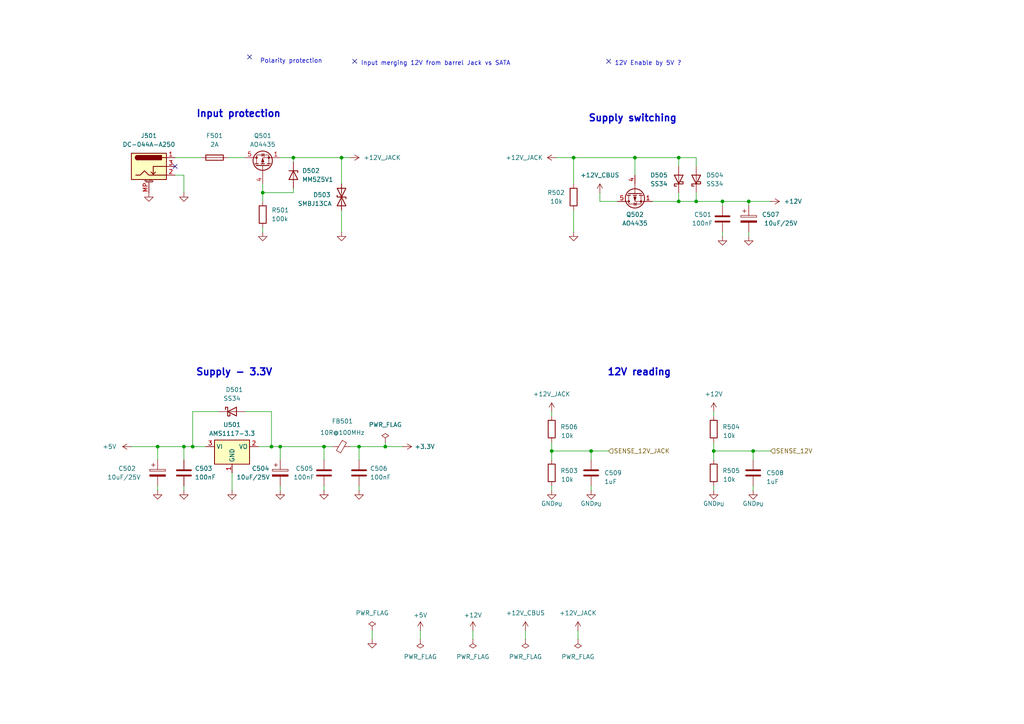
<source format=kicad_sch>
(kicad_sch (version 20250114) (generator "eeschema") (generator_version "9.0")
  (paper "A4")
  (lib_symbols
    (symbol "Connector:Barrel_Jack_Switch_MountingPin" (pin_names (hide yes))
      (property "Reference" "J" (at 0 5.334 0))
      (property "Value" "Barrel_Jack_Switch_MountingPin" (at 1.27 -6.35 0))
      (symbol "Barrel_Jack_Switch_MountingPin_0_1"
        (rectangle (start -5.08 3.81) (end 5.08 -3.81) (stroke (width 0.254)) (fill (type background)))
        (polyline (pts (xy -3.81 -2.54) (xy -2.54 -2.54) (xy -1.27 -1.27) (xy 0 -2.54) (xy 2.54 -2.54) (xy 5.08 -2.54)) (stroke (width 0.254)))
        (arc (start -3.302 1.905) (mid -3.9343 2.54) (end -3.302 3.175) (stroke (width 0.254)))
        (arc (start -3.302 1.905) (mid -3.9343 2.54) (end -3.302 3.175) (stroke (width 0.254)) (fill (type outline)))
        (polyline (pts (xy 1.27 -2.286) (xy 1.905 -1.651)) (stroke (width 0.254)))
        (rectangle (start 3.683 3.175) (end -3.302 1.905) (stroke (width 0.254)) (fill (type outline)))
        (polyline (pts (xy 5.08 2.54) (xy 3.81 2.54)) (stroke (width 0.254)))
        (polyline (pts (xy 5.08 0) (xy 1.27 0) (xy 1.27 -2.286) (xy 0.635 -1.651)) (stroke (width 0.254)))
      )
      (symbol "Barrel_Jack_Switch_MountingPin_1_1"
        (polyline (pts (xy -1.016 -4.572) (xy 1.016 -4.572)) (stroke (width 0.1524)))
        (text "Mounting" (at 0 -4.191 0) (effects (font (size 0.381 0.381))))
        (pin passive line (at 0 -7.62 90) (length 3.048) (name "MountPin") (number "MP"))
        (pin passive line (at 7.62 2.54 180) (length 2.54) (name "~") (number "1"))
        (pin passive line (at 7.62 0 180) (length 2.54) (name "~") (number "3"))
        (pin passive line (at 7.62 -2.54 180) (length 2.54) (name "~") (number "2"))
      )
    )
    (symbol "Device:C" (pin_numbers (hide yes)) (pin_names (offset 0.254))
      (property "Reference" "C" (at 0.635 2.54 0))
      (property "Value" "C" (at 0.635 -2.54 0))
      (symbol "C_0_1"
        (polyline (pts (xy -2.032 0.762) (xy 2.032 0.762)) (stroke (width 0.508)))
        (polyline (pts (xy -2.032 -0.762) (xy 2.032 -0.762)) (stroke (width 0.508)))
      )
      (symbol "C_1_1"
        (pin passive line (at 0 3.81 270) (length 2.794) (name "~") (number "1"))
        (pin passive line (at 0 -3.81 90) (length 2.794) (name "~") (number "2"))
      )
    )
    (symbol "Device:C_Polarized" (pin_numbers (hide yes)) (pin_names (offset 0.254))
      (property "Reference" "C" (at 0.635 2.54 0))
      (property "Value" "C_Polarized" (at 0.635 -2.54 0))
      (symbol "C_Polarized_0_1"
        (rectangle (start -2.286 0.508) (end 2.286 1.016))
        (polyline (pts (xy -1.778 2.286) (xy -0.762 2.286)))
        (polyline (pts (xy -1.27 2.794) (xy -1.27 1.778)))
        (rectangle (start 2.286 -0.508) (end -2.286 -1.016) (fill (type outline)))
      )
      (symbol "C_Polarized_1_1"
        (pin passive line (at 0 3.81 270) (length 2.794) (name "~") (number "1"))
        (pin passive line (at 0 -3.81 90) (length 2.794) (name "~") (number "2"))
      )
    )
    (symbol "Device:D_Schottky" (pin_numbers (hide yes)) (pin_names (offset 1.016) (hide yes))
      (property "Reference" "D" (at 0 2.54 0))
      (property "Value" "D_Schottky" (at 0 -2.54 0))
      (symbol "D_Schottky_0_1"
        (polyline (pts (xy -1.905 0.635) (xy -1.905 1.27) (xy -1.27 1.27) (xy -1.27 -1.27) (xy -0.635 -1.27) (xy -0.635 -0.635)) (stroke (width 0.254)))
        (polyline (pts (xy 1.27 1.27) (xy 1.27 -1.27) (xy -1.27 0) (xy 1.27 1.27)) (stroke (width 0.254)))
        (polyline (pts (xy 1.27 0) (xy -1.27 0)))
      )
      (symbol "D_Schottky_1_1"
        (pin passive line (at -3.81 0 0) (length 2.54) (name "K") (number "1"))
        (pin passive line (at 3.81 0 180) (length 2.54) (name "A") (number "2"))
      )
    )
    (symbol "Device:D_TVS" (pin_numbers (hide yes)) (pin_names (offset 1.016) (hide yes))
      (property "Reference" "D" (at 0 2.54 0))
      (property "Value" "D_TVS" (at 0 -2.54 0))
      (symbol "D_TVS_0_1"
        (polyline (pts (xy -2.54 1.27) (xy -2.54 -1.27) (xy 2.54 1.27) (xy 2.54 -1.27) (xy -2.54 1.27)) (stroke (width 0.254)))
        (polyline (pts (xy 0.508 1.27) (xy 0 1.27) (xy 0 -1.27) (xy -0.508 -1.27)) (stroke (width 0.254)))
        (polyline (pts (xy 1.27 0) (xy -1.27 0)))
      )
      (symbol "D_TVS_1_1"
        (pin passive line (at -3.81 0 0) (length 2.54) (name "A1") (number "1"))
        (pin passive line (at 3.81 0 180) (length 2.54) (name "A2") (number "2"))
      )
    )
    (symbol "Device:D_Zener" (pin_numbers (hide yes)) (pin_names (offset 1.016) (hide yes))
      (property "Reference" "D" (at 0 2.54 0))
      (property "Value" "D_Zener" (at 0 -2.54 0))
      (symbol "D_Zener_0_1"
        (polyline (pts (xy -1.27 -1.27) (xy -1.27 1.27) (xy -0.762 1.27)) (stroke (width 0.254)))
        (polyline (pts (xy 1.27 0) (xy -1.27 0)))
        (polyline (pts (xy 1.27 -1.27) (xy 1.27 1.27) (xy -1.27 0) (xy 1.27 -1.27)) (stroke (width 0.254)))
      )
      (symbol "D_Zener_1_1"
        (pin passive line (at -3.81 0 0) (length 2.54) (name "K") (number "1"))
        (pin passive line (at 3.81 0 180) (length 2.54) (name "A") (number "2"))
      )
    )
    (symbol "Device:FerriteBead_Small" (pin_numbers (hide yes)) (pin_names (offset 0))
      (property "Reference" "FB" (at 1.905 1.27 0))
      (property "Value" "FerriteBead_Small" (at 1.905 -1.27 0))
      (symbol "FerriteBead_Small_0_1"
        (polyline (pts (xy -1.8288 0.2794) (xy -1.1176 1.4986) (xy 1.8288 -0.2032) (xy 1.1176 -1.4224) (xy -1.8288 0.2794)))
        (polyline (pts (xy 0 0.889) (xy 0 1.2954)))
        (polyline (pts (xy 0 -1.27) (xy 0 -0.7874)))
      )
      (symbol "FerriteBead_Small_1_1"
        (pin passive line (at 0 2.54 270) (length 1.27) (name "~") (number "1"))
        (pin passive line (at 0 -2.54 90) (length 1.27) (name "~") (number "2"))
      )
    )
    (symbol "Device:Fuse" (pin_numbers (hide yes)) (pin_names (offset 0))
      (property "Reference" "F" (at 2.032 0 90))
      (property "Value" "Fuse" (at -1.905 0 90))
      (symbol "Fuse_0_1"
        (rectangle (start -0.762 -2.54) (end 0.762 2.54) (stroke (width 0.254)))
        (polyline (pts (xy 0 2.54) (xy 0 -2.54)))
      )
      (symbol "Fuse_1_1"
        (pin passive line (at 0 3.81 270) (length 1.27) (name "~") (number "1"))
        (pin passive line (at 0 -3.81 90) (length 1.27) (name "~") (number "2"))
      )
    )
    (symbol "Device:R" (pin_numbers (hide yes)) (pin_names (offset 0))
      (property "Reference" "R" (at 2.032 0 90))
      (property "Value" "R" (at 0 0 90))
      (symbol "R_0_1"
        (rectangle (start -1.016 -2.54) (end 1.016 2.54) (stroke (width 0.254)))
      )
      (symbol "R_1_1"
        (pin passive line (at 0 3.81 270) (length 1.27) (name "~") (number "1"))
        (pin passive line (at 0 -3.81 90) (length 1.27) (name "~") (number "2"))
      )
    )
    (symbol "Regulator_Linear:AMS1117-3.3"
      (property "Reference" "U" (at -3.81 3.175 0))
      (property "Value" "AMS1117-3.3" (at 0 3.175 0))
      (symbol "AMS1117-3.3_0_1"
        (rectangle (start -5.08 -5.08) (end 5.08 1.905) (stroke (width 0.254)) (fill (type background)))
      )
      (symbol "AMS1117-3.3_1_1"
        (pin power_in line (at -7.62 0 0) (length 2.54) (name "VI") (number "3"))
        (pin power_in line (at 0 -7.62 90) (length 2.54) (name "GND") (number "1"))
        (pin power_out line (at 7.62 0 180) (length 2.54) (name "VO") (number "2"))
      )
    )
    (symbol "TCY_transistors:AO4435" (pin_names (hide yes))
      (property "Reference" "Q" (at 5.08 1.905 0))
      (property "Value" "AO4435" (at 5.08 0 0))
      (symbol "AO4435_0_1"
        (polyline (pts (xy 0.254 1.905) (xy 0.254 -1.905)) (stroke (width 0.254)))
        (polyline (pts (xy 0.254 0) (xy -2.54 0)))
        (polyline (pts (xy 0.762 2.286) (xy 0.762 1.27)) (stroke (width 0.254)))
        (polyline (pts (xy 0.762 1.778) (xy 3.302 1.778) (xy 3.302 -1.778) (xy 0.762 -1.778)))
        (polyline (pts (xy 0.762 0.508) (xy 0.762 -0.508)) (stroke (width 0.254)))
        (polyline (pts (xy 0.762 -1.27) (xy 0.762 -2.286)) (stroke (width 0.254)))
        (circle (center 1.651 0) (radius 2.794) (stroke (width 0.254)))
        (polyline (pts (xy 2.286 0) (xy 1.27 0.381) (xy 1.27 -0.381) (xy 2.286 0)) (fill (type outline)))
        (polyline (pts (xy 2.54 2.54) (xy 2.54 1.778)))
        (circle (center 2.54 1.778) (radius 0.254) (fill (type outline)))
        (circle (center 2.54 -1.778) (radius 0.254) (fill (type outline)))
        (polyline (pts (xy 2.54 -2.54) (xy 2.54 0) (xy 0.762 0)))
        (polyline (pts (xy 2.794 -0.508) (xy 2.921 -0.381) (xy 3.683 -0.381) (xy 3.81 -0.254)))
        (polyline (pts (xy 3.302 -0.381) (xy 2.921 0.254) (xy 3.683 0.254) (xy 3.302 -0.381)))
      )
      (symbol "AO4435_1_1"
        (pin passive line (at -5.08 0 0) (length 2.54) (name "G") (number "4"))
        (pin passive line (at 2.54 5.08 270) (length 2.54) (name "D") (number "5"))
        (pin passive line (at 2.54 5.08 270) (length 2.54) (hide yes) (name "D") (number "6"))
        (pin passive line (at 2.54 5.08 270) (length 2.54) (hide yes) (name "D") (number "7"))
        (pin passive line (at 2.54 5.08 270) (length 2.54) (hide yes) (name "D") (number "8"))
        (pin passive line (at 2.54 -5.08 90) (length 2.54) (name "S") (number "1"))
        (pin passive line (at 2.54 -5.08 90) (length 2.54) (hide yes) (name "S") (number "2"))
        (pin passive line (at 2.54 -5.08 90) (length 2.54) (hide yes) (name "S") (number "3"))
      )
    )
    (symbol "power:+12V" (power) (pin_numbers (hide yes)) (pin_names (offset 0) (hide yes))
      (property "Value" "+12V" (at 0 3.556 0))
      (symbol "+12V_0_1"
        (polyline (pts (xy -0.762 1.27) (xy 0 2.54)))
        (polyline (pts (xy 0 2.54) (xy 0.762 1.27)))
        (polyline (pts (xy 0 0) (xy 0 2.54)))
      )
      (symbol "+12V_1_1"
        (pin power_in line (at 0 0 90) (length 0) (name "~") (number "1"))
      )
    )
    (symbol "power:+3.3V" (power) (pin_numbers (hide yes)) (pin_names (offset 0) (hide yes))
      (property "Value" "+3.3V" (at 0 3.556 0))
      (symbol "+3.3V_0_1"
        (polyline (pts (xy -0.762 1.27) (xy 0 2.54)))
        (polyline (pts (xy 0 2.54) (xy 0.762 1.27)))
        (polyline (pts (xy 0 0) (xy 0 2.54)))
      )
      (symbol "+3.3V_1_1"
        (pin power_in line (at 0 0 90) (length 0) (name "~") (number "1"))
      )
    )
    (symbol "power:+5V" (power) (pin_numbers (hide yes)) (pin_names (offset 0) (hide yes))
      (property "Value" "+5V" (at 0 3.556 0))
      (symbol "+5V_0_1"
        (polyline (pts (xy -0.762 1.27) (xy 0 2.54)))
        (polyline (pts (xy 0 2.54) (xy 0.762 1.27)))
        (polyline (pts (xy 0 0) (xy 0 2.54)))
      )
      (symbol "+5V_1_1"
        (pin power_in line (at 0 0 90) (length 0) (name "~") (number "1"))
      )
    )
    (symbol "power:GND" (power) (pin_numbers (hide yes)) (pin_names (offset 0) (hide yes))
      (property "Value" "GND" (at 0 -3.81 0))
      (symbol "GND_0_1"
        (polyline (pts (xy 0 0) (xy 0 -1.27) (xy 1.27 -1.27) (xy 0 -2.54) (xy -1.27 -1.27) (xy 0 -1.27)))
      )
      (symbol "GND_1_1"
        (pin power_in line (at 0 0 270) (length 0) (name "~") (number "1"))
      )
    )
    (symbol "power:PWR_FLAG" (power) (pin_numbers (hide yes)) (pin_names (offset 0) (hide yes))
      (property "Value" "PWR_FLAG" (at 0 3.81 0))
      (symbol "PWR_FLAG_0_0"
        (pin power_out line (at 0 0 90) (length 0) (name "~") (number "1"))
      )
      (symbol "PWR_FLAG_0_1"
        (polyline (pts (xy 0 0) (xy 0 1.27) (xy -1.016 1.905) (xy 0 2.54) (xy 1.016 1.905) (xy 0 1.27)))
      )
    )
  )
  (text "Input merging 12V from barrel Jack vs SATA" (at 126.365 18.415 0) (effects (font (size 1.27 1.27))))
  (text "Polarity protection" (at 84.455 17.78 0) (effects (font (size 1.27 1.27))))
  (text "Input protection" (at 69.215 34.29 0) (effects (font (size 2 2) (thickness 0.4) (bold yes)) (justify bottom)))
  (text "12V Enable by 5V ?" (at 187.96 18.415 0) (effects (font (size 1.27 1.27))))
  (text "Supply - 3.3V" (at 67.945 109.22 0) (effects (font (size 2 2) (thickness 0.4) (bold yes)) (justify bottom)))
  (text "12V reading" (at 185.42 109.22 0) (effects (font (size 2 2) (thickness 0.4) (bold yes)) (justify bottom)))
  (text "Supply switching" (at 183.515 35.56 0) (effects (font (size 2 2) (thickness 0.4) (bold yes)) (justify bottom)))
  (junction (at 76.2 55.88))
  (junction (at 55.88 129.54))
  (junction (at 201.93 58.42))
  (junction (at 53.34 129.54))
  (junction (at 85.09 45.72))
  (junction (at 184.15 45.72))
  (junction (at 160.02 130.81))
  (junction (at 93.98 129.54))
  (junction (at 45.72 129.54))
  (junction (at 196.85 58.42))
  (junction (at 207.01 130.81))
  (junction (at 81.28 129.54))
  (junction (at 217.17 58.42))
  (junction (at 209.55 58.42))
  (junction (at 111.76 129.54))
  (junction (at 166.37 45.72))
  (junction (at 171.45 130.81))
  (junction (at 78.74 129.54))
  (junction (at 218.44 130.81))
  (junction (at 99.06 45.72))
  (junction (at 104.14 129.54))
  (junction (at 196.85 45.72))
  (no_connect (at 102.87 17.78))
  (no_connect (at 50.8 48.26))
  (no_connect (at 72.39 16.51))
  (no_connect (at 176.53 17.78))
  (wire (pts (xy 67.31 137.16) (xy 67.31 142.24)))
  (wire (pts (xy 196.85 58.42) (xy 201.93 58.42)))
  (wire (pts (xy 50.8 50.8) (xy 53.34 50.8)))
  (wire (pts (xy 53.34 50.8) (xy 53.34 55.88)))
  (wire (pts (xy 107.95 182.88) (xy 107.95 185.42)))
  (wire (pts (xy 196.85 55.88) (xy 196.85 58.42)))
  (wire (pts (xy 161.29 45.72) (xy 166.37 45.72)))
  (wire (pts (xy 99.06 60.96) (xy 99.06 67.31)))
  (wire (pts (xy 152.4 182.88) (xy 152.4 185.42)))
  (wire (pts (xy 53.34 129.54) (xy 53.34 133.35)))
  (wire (pts (xy 45.72 142.24) (xy 45.72 140.97)))
  (wire (pts (xy 99.06 45.72) (xy 99.06 53.34)))
  (wire (pts (xy 207.01 142.24) (xy 207.01 140.97)))
  (wire (pts (xy 189.23 58.42) (xy 196.85 58.42)))
  (wire (pts (xy 76.2 55.88) (xy 76.2 58.42)))
  (wire (pts (xy 160.02 128.27) (xy 160.02 130.81)))
  (wire (pts (xy 104.14 129.54) (xy 104.14 133.35)))
  (wire (pts (xy 78.74 129.54) (xy 81.28 129.54)))
  (wire (pts (xy 104.14 129.54) (xy 111.76 129.54)))
  (wire (pts (xy 217.17 58.42) (xy 217.17 59.69)))
  (wire (pts (xy 160.02 130.81) (xy 160.02 133.35)))
  (wire (pts (xy 81.28 142.24) (xy 81.28 140.97)))
  (wire (pts (xy 217.17 67.31) (xy 217.17 68.58)))
  (wire (pts (xy 85.09 45.72) (xy 99.06 45.72)))
  (wire (pts (xy 93.98 129.54) (xy 93.98 133.35)))
  (wire (pts (xy 166.37 53.34) (xy 166.37 45.72)))
  (wire (pts (xy 81.28 45.72) (xy 85.09 45.72)))
  (wire (pts (xy 53.34 129.54) (xy 45.72 129.54)))
  (wire (pts (xy 121.92 182.88) (xy 121.92 185.42)))
  (wire (pts (xy 111.76 128.27) (xy 111.76 129.54)))
  (wire (pts (xy 137.16 182.88) (xy 137.16 185.42)))
  (wire (pts (xy 45.72 129.54) (xy 45.72 133.35)))
  (wire (pts (xy 196.85 45.72) (xy 201.93 45.72)))
  (wire (pts (xy 218.44 130.81) (xy 223.52 130.81)))
  (wire (pts (xy 218.44 142.24) (xy 218.44 140.97)))
  (wire (pts (xy 74.93 129.54) (xy 78.74 129.54)))
  (wire (pts (xy 201.93 58.42) (xy 209.55 58.42)))
  (wire (pts (xy 209.55 58.42) (xy 209.55 59.69)))
  (wire (pts (xy 171.45 142.24) (xy 171.45 140.97)))
  (wire (pts (xy 171.45 130.81) (xy 176.53 130.81)))
  (wire (pts (xy 201.93 48.26) (xy 201.93 45.72)))
  (wire (pts (xy 171.45 130.81) (xy 171.45 133.35)))
  (wire (pts (xy 166.37 45.72) (xy 184.15 45.72)))
  (wire (pts (xy 207.01 130.81) (xy 207.01 133.35)))
  (wire (pts (xy 55.88 119.38) (xy 55.88 129.54)))
  (wire (pts (xy 81.28 129.54) (xy 93.98 129.54)))
  (wire (pts (xy 85.09 55.88) (xy 85.09 54.61)))
  (wire (pts (xy 111.76 129.54) (xy 116.84 129.54)))
  (wire (pts (xy 38.1 129.54) (xy 45.72 129.54)))
  (wire (pts (xy 53.34 142.24) (xy 53.34 140.97)))
  (wire (pts (xy 85.09 55.88) (xy 76.2 55.88)))
  (wire (pts (xy 55.88 129.54) (xy 53.34 129.54)))
  (wire (pts (xy 184.15 45.72) (xy 196.85 45.72)))
  (wire (pts (xy 81.28 129.54) (xy 81.28 133.35)))
  (wire (pts (xy 207.01 128.27) (xy 207.01 130.81)))
  (wire (pts (xy 173.99 58.42) (xy 179.07 58.42)))
  (wire (pts (xy 209.55 58.42) (xy 217.17 58.42)))
  (wire (pts (xy 207.01 130.81) (xy 218.44 130.81)))
  (wire (pts (xy 167.64 182.88) (xy 167.64 185.42)))
  (wire (pts (xy 160.02 119.38) (xy 160.02 120.65)))
  (wire (pts (xy 76.2 53.34) (xy 76.2 55.88)))
  (wire (pts (xy 196.85 45.72) (xy 196.85 48.26)))
  (wire (pts (xy 209.55 68.58) (xy 209.55 67.31)))
  (wire (pts (xy 93.98 129.54) (xy 96.52 129.54)))
  (wire (pts (xy 184.15 45.72) (xy 184.15 50.8)))
  (wire (pts (xy 173.99 55.88) (xy 173.99 58.42)))
  (wire (pts (xy 207.01 119.38) (xy 207.01 120.65)))
  (wire (pts (xy 160.02 142.24) (xy 160.02 140.97)))
  (wire (pts (xy 76.2 67.31) (xy 76.2 66.04)))
  (wire (pts (xy 217.17 58.42) (xy 223.52 58.42)))
  (wire (pts (xy 85.09 45.72) (xy 85.09 46.99)))
  (wire (pts (xy 78.74 119.38) (xy 78.74 129.54)))
  (wire (pts (xy 201.93 55.88) (xy 201.93 58.42)))
  (wire (pts (xy 50.8 45.72) (xy 58.42 45.72)))
  (wire (pts (xy 101.6 129.54) (xy 104.14 129.54)))
  (wire (pts (xy 218.44 130.81) (xy 218.44 133.35)))
  (wire (pts (xy 160.02 130.81) (xy 171.45 130.81)))
  (wire (pts (xy 101.6 45.72) (xy 99.06 45.72)))
  (wire (pts (xy 104.14 142.24) (xy 104.14 140.97)))
  (wire (pts (xy 66.04 45.72) (xy 71.12 45.72)))
  (wire (pts (xy 166.37 60.96) (xy 166.37 67.31)))
  (wire (pts (xy 93.98 142.24) (xy 93.98 140.97)))
  (wire (pts (xy 71.12 119.38) (xy 78.74 119.38)))
  (wire (pts (xy 59.69 129.54) (xy 55.88 129.54)))
  (wire (pts (xy 63.5 119.38) (xy 55.88 119.38)))
  (hierarchical_label "SENSE_12V_JACK" (shape input) (at 176.53 130.81 0))
  (hierarchical_label "SENSE_12V" (shape input) (at 223.52 130.81 0))
  (symbol (lib_id "power:+5V") (at 121.92 182.88 0) (unit 1)
    (property "Reference" "#PWR0512" (effects (hide yes)))
    (property "Value" "+5V" (at 121.92 178.435 0))
  )
  (symbol (lib_id "Device:C") (at 53.34 137.16 0) (unit 1)
    (property "Reference" "C503" (at 56.515 135.89 0) (effects (justify left)))
    (property "Value" "100nF" (at 56.515 138.43 0) (effects (justify left)))
    (property "Footprint" "Capacitor_SMD:C_0603_1608Metric" (effects (hide yes)))
    (property "Description" "Unpolarized capacitor" (effects (hide yes)))
    (property "LCSC" "C14663" (effects (hide yes)))
  )
  (symbol (lib_id "power:+12V") (at 173.99 55.88 0) (mirror y) (unit 1)
    (property "Reference" "#PWR0520" (effects (hide yes)))
    (property "Value" "+12V_CBUS" (at 173.99 50.8 0))
    (property "Description" "Power symbol creates a global label with name \"+12V\"" (effects (hide yes)))
  )
  (symbol (lib_id "power:GND") (at 76.2 67.31 0) (unit 1)
    (property "Reference" "#PWR0501" (effects (hide yes)))
    (property "Value" "GND" (effects (hide yes)))
    (property "Description" "Power symbol creates a global label with name \"GND\" , ground" (effects (hide yes)))
  )
  (symbol (lib_id "Device:C") (at 218.44 137.16 0) (unit 1)
    (property "Reference" "C508" (at 222.25 137.16 0) (effects (justify left)))
    (property "Value" "1uF" (at 222.25 139.7 0) (effects (justify left)))
    (property "Footprint" "Capacitor_SMD:C_0603_1608Metric" (effects (hide yes)))
    (property "Description" "Unpolarized capacitor" (effects (hide yes)))
    (property "LCSC" "C15849" (effects (hide yes)))
  )
  (symbol (lib_id "power:GND") (at 166.37 67.31 0) (unit 1)
    (property "Reference" "#PWR0516" (effects (hide yes)))
    (property "Value" "GND" (effects (hide yes)))
    (property "Description" "Power symbol creates a global label with name \"GND\" , ground" (effects (hide yes)))
  )
  (symbol (lib_id "Device:C") (at 104.14 137.16 0) (unit 1)
    (property "Reference" "C506" (at 107.315 135.89 0) (effects (justify left)))
    (property "Value" "100nF" (at 107.315 138.43 0) (effects (justify left)))
    (property "Footprint" "Capacitor_SMD:C_0603_1608Metric" (effects (hide yes)))
    (property "Description" "Unpolarized capacitor" (effects (hide yes)))
    (property "LCSC" "C14663" (effects (hide yes)))
  )
  (symbol (lib_id "Device:R") (at 160.02 137.16 180) (unit 1)
    (property "Reference" "R503" (at 167.64 136.525 0) (effects (justify left)))
    (property "Value" "10k" (at 166.37 139.065 0) (effects (justify left)))
    (property "Footprint" "Resistor_SMD:R_0603_1608Metric" (effects (hide yes)))
    (property "LCSC" "C25804" (effects (hide yes)))
  )
  (symbol (lib_id "power:PWR_FLAG") (at 111.76 128.27 0) (unit 1)
    (property "Reference" "#FLG0501" (effects (hide yes)))
    (property "Value" "PWR_FLAG" (at 111.76 123.19 0))
    (property "Description" "Special symbol for telling ERC where power comes from" (effects (hide yes)))
  )
  (symbol (lib_id "power:+12V") (at 101.6 45.72 270) (mirror x) (unit 1)
    (property "Reference" "#PWR0810" (effects (hide yes)))
    (property "Value" "+12V_JACK" (at 105.41 45.7199 90) (effects (justify left)))
    (property "Description" "Power symbol creates a global label with name \"+12V\"" (effects (hide yes)))
  )
  (symbol (lib_id "power:GND") (at 99.06 67.31 0) (unit 1)
    (property "Reference" "#PWR0502" (effects (hide yes)))
    (property "Value" "GND" (effects (hide yes)))
    (property "Description" "Power symbol creates a global label with name \"GND\" , ground" (effects (hide yes)))
  )
  (symbol (lib_id "Device:C_Polarized") (at 81.28 137.16 0) (unit 1)
    (property "Reference" "C504" (at 73.025 135.89 0) (effects (justify left)))
    (property "Value" "10uF/25V" (at 68.58 138.43 0) (effects (justify left)))
    (property "Footprint" "Capacitor_SMD:CP_Elec_4x5.4" (effects (hide yes)))
    (property "LCSC" "C72485" (effects (hide yes)))
    (property "MPN" "RVT1V100M0405" (effects (hide yes)))
  )
  (symbol (lib_id "Device:C") (at 171.45 137.16 0) (unit 1)
    (property "Reference" "C509" (at 175.26 137.16 0) (effects (justify left)))
    (property "Value" "1uF" (at 175.26 139.7 0) (effects (justify left)))
    (property "Footprint" "Capacitor_SMD:C_0603_1608Metric" (effects (hide yes)))
    (property "Description" "Unpolarized capacitor" (effects (hide yes)))
    (property "LCSC" "C15849" (effects (hide yes)))
  )
  (symbol (lib_id "TCY_transistors:AO4435") (at 76.2 48.26 90) (unit 1)
    (property "Reference" "Q501" (at 76.2 39.37 90))
    (property "Value" "AO4435" (at 76.2 41.91 90))
    (property "Footprint" "Package_SO:SOIC-8_3.9x4.9mm_P1.27mm" (effects (hide yes)))
    (property "Datasheet" "https://www.onsemi.com/pub/Collateral/FDS9435A-D.PDF" (effects (hide yes)))
    (property "Description" "-10.5A Id, -30V Vds, P-Channel MOSFET, 13mOhm Ron, SO-8" (effects (hide yes)))
    (property "LCSC" "C5224296" (effects (hide yes)))
  )
  (symbol (lib_id "power:GND") (at 207.01 142.24 0) (unit 1)
    (property "Reference" "#PWR0525" (effects (hide yes)))
    (property "Value" "GND_{PU}" (at 207.01 146.05 0))
    (property "Description" "Power symbol creates a global label with name \"GND\" , ground" (effects (hide yes)))
  )
  (symbol (lib_id "TCY_transistors:AO4435") (at 184.15 55.88 90) (mirror x) (unit 1)
    (property "Reference" "Q502" (at 184.15 62.23 90))
    (property "Value" "AO4435" (at 184.15 64.77 90))
    (property "Footprint" "Package_SO:SOIC-8_3.9x4.9mm_P1.27mm" (effects (hide yes)))
    (property "Datasheet" "https://www.onsemi.com/pub/Collateral/FDS9435A-D.PDF" (effects (hide yes)))
    (property "Description" "-10.5A Id, -30V Vds, P-Channel MOSFET, 13mOhm Ron, SO-8" (effects (hide yes)))
    (property "LCSC" "C5224296" (effects (hide yes)))
  )
  (symbol (lib_id "Device:C") (at 209.55 63.5 0) (unit 1)
    (property "Reference" "C501" (at 201.295 62.23 0) (effects (justify left)))
    (property "Value" "100nF" (at 200.66 64.77 0) (effects (justify left)))
    (property "Footprint" "Capacitor_SMD:C_0603_1608Metric" (effects (hide yes)))
    (property "Description" "Unpolarized capacitor" (effects (hide yes)))
    (property "LCSC" "C14663" (effects (hide yes)))
  )
  (symbol (lib_id "power:PWR_FLAG") (at 167.64 185.42 180) (unit 1)
    (property "Reference" "#FLG0506" (effects (hide yes)))
    (property "Value" "PWR_FLAG" (at 167.64 190.5 0))
    (property "Description" "Special symbol for telling ERC where power comes from" (effects (hide yes)))
  )
  (symbol (lib_id "power:GND") (at 107.95 185.42 0) (unit 1)
    (property "Reference" "#PWR0511" (effects (hide yes)))
    (property "Value" "GND" (effects (hide yes)))
    (property "Description" "Power symbol creates a global label with name \"GND\" , ground" (effects (hide yes)))
  )
  (symbol (lib_id "Device:FerriteBead_Small") (at 99.06 129.54 90) (unit 1)
    (property "Reference" "FB501" (at 99.314 122.174 90))
    (property "Value" "10R@100MHz" (at 99.314 125.476 90))
    (property "Footprint" "Inductor_SMD:L_0603_1608Metric" (effects (hide yes)))
    (property "Description" "Ferrite bead, small symbol" (effects (hide yes)))
    (property "Link" "https://cz.mouser.com/ProductDetail/Murata-Electronics/BLM21PG220SN1D?qs=tuW2Z%252BT4A0yqSWmso6vkmg%3D%3D" (effects (hide yes)))
    (property "MPN" " GZ1608D601TF" (effects (hide yes)))
    (property "MPNA" "BLE18PK100SN1D" (effects (hide yes)))
    (property "Mouser" "https://cz.mouser.com/ProductDetail/Murata-Electronics/BLE18PK100SN1D?qs=W%2FMpXkg%252BdQ6tzBmLeY1psA%3D%3D" (effects (hide yes)))
    (property "LCSC" "C2971881" (effects (hide yes)))
  )
  (symbol (lib_id "power:PWR_FLAG") (at 107.95 182.88 0) (unit 1)
    (property "Reference" "#FLG0502" (effects (hide yes)))
    (property "Value" "PWR_FLAG" (at 107.95 177.8 0))
    (property "Description" "Special symbol for telling ERC where power comes from" (effects (hide yes)))
  )
  (symbol (lib_id "power:GND") (at 218.44 142.24 0) (unit 1)
    (property "Reference" "#PWR0526" (effects (hide yes)))
    (property "Value" "GND_{PU}" (at 218.44 146.05 0))
    (property "Description" "Power symbol creates a global label with name \"GND\" , ground" (effects (hide yes)))
  )
  (symbol (lib_id "Device:C") (at 93.98 137.16 0) (unit 1)
    (property "Reference" "C505" (at 85.725 135.89 0) (effects (justify left)))
    (property "Value" "100nF" (at 85.09 138.43 0) (effects (justify left)))
    (property "Footprint" "Capacitor_SMD:C_0603_1608Metric" (effects (hide yes)))
    (property "Description" "Unpolarized capacitor" (effects (hide yes)))
    (property "LCSC" "C14663" (effects (hide yes)))
  )
  (symbol (lib_id "Device:C_Polarized") (at 45.72 137.16 0) (unit 1)
    (property "Reference" "C502" (at 34.29 135.89 0) (effects (justify left)))
    (property "Value" "10uF/25V" (at 31.115 138.43 0) (effects (justify left)))
    (property "Footprint" "Capacitor_SMD:CP_Elec_4x5.4" (effects (hide yes)))
    (property "LCSC" "C72485" (effects (hide yes)))
    (property "MPN" "RVT1V100M0405" (effects (hide yes)))
  )
  (symbol (lib_id "power:GND") (at 209.55 68.58 0) (unit 1)
    (property "Reference" "#PWR0517" (effects (hide yes)))
    (property "Value" "GND" (effects (hide yes)))
    (property "Description" "Power symbol creates a global label with name \"GND\" , ground" (effects (hide yes)))
  )
  (symbol (lib_id "Device:D_Zener") (at 85.09 50.8 270) (unit 1)
    (property "Reference" "D502" (at 87.63 49.5299 90) (effects (justify left)))
    (property "Value" "MM5Z5V1" (at 87.63 52.0699 90) (effects (justify left)))
    (property "Footprint" "Diode_SMD:D_SOD-523" (effects (hide yes)))
    (property "Description" "Zener diode" (effects (hide yes)))
    (property "LCSC" "C2832572" (effects (hide yes)))
  )
  (symbol (lib_id "power:+12V") (at 167.64 182.88 0) (mirror y) (unit 1)
    (property "Reference" "#PWR0522" (effects (hide yes)))
    (property "Value" "+12V_JACK" (at 167.64 177.8 0))
    (property "Description" "Power symbol creates a global label with name \"+12V\"" (effects (hide yes)))
  )
  (symbol (lib_id "Device:R") (at 160.02 124.46 180) (unit 1)
    (property "Reference" "R506" (at 167.64 123.825 0) (effects (justify left)))
    (property "Value" "10k" (at 166.37 126.365 0) (effects (justify left)))
    (property "Footprint" "Resistor_SMD:R_0603_1608Metric" (effects (hide yes)))
    (property "LCSC" "C25804" (effects (hide yes)))
  )
  (symbol (lib_id "power:GND") (at 43.18 55.88 0) (unit 1)
    (property "Reference" "#PWR0514" (effects (hide yes)))
    (property "Value" "GND" (effects (hide yes)))
    (property "Description" "Power symbol creates a global label with name \"GND\" , ground" (effects (hide yes)))
  )
  (symbol (lib_id "power:+5V") (at 38.1 129.54 90) (unit 1)
    (property "Reference" "#PWR0503" (effects (hide yes)))
    (property "Value" "+5V" (at 31.75 129.54 90))
  )
  (symbol (lib_id "power:+12V") (at 223.52 58.42 270) (unit 1)
    (property "Reference" "#PWR0519" (effects (hide yes)))
    (property "Value" "+12V" (at 227.33 58.4199 90) (effects (justify left)))
    (property "Description" "Power symbol creates a global label with name \"+12V\"" (effects (hide yes)))
  )
  (symbol (lib_id "Device:D_Schottky") (at 196.85 52.07 90) (unit 1)
    (property "Reference" "D505" (at 191.135 50.8 90))
    (property "Value" "SS34" (at 191.135 53.34 90))
    (property "Footprint" "Diode_SMD:D_SMA" (effects (hide yes)))
    (property "Description" "Schottky diode" (effects (hide yes)))
    (property "LCSC" "C8678" (effects (hide yes)))
  )
  (symbol (lib_id "power:PWR_FLAG") (at 152.4 185.42 180) (unit 1)
    (property "Reference" "#FLG0505" (effects (hide yes)))
    (property "Value" "PWR_FLAG" (at 152.4 190.5 0))
    (property "Description" "Special symbol for telling ERC where power comes from" (effects (hide yes)))
  )
  (symbol (lib_id "power:GND") (at 45.72 142.24 0) (unit 1)
    (property "Reference" "#PWR0504" (effects (hide yes)))
    (property "Value" "GND" (effects (hide yes)))
    (property "Description" "Power symbol creates a global label with name \"GND\" , ground" (effects (hide yes)))
  )
  (symbol (lib_id "Device:R") (at 76.2 62.23 0) (unit 1)
    (property "Reference" "R501" (at 78.74 60.9599 0) (effects (justify left)))
    (property "Value" "100k" (at 78.74 63.4999 0) (effects (justify left)))
    (property "Description" "Resistor" (effects (hide yes)))
  )
  (symbol (lib_id "Device:R") (at 207.01 137.16 180) (unit 1)
    (property "Reference" "R505" (at 214.63 136.525 0) (effects (justify left)))
    (property "Value" "10k" (at 213.36 139.065 0) (effects (justify left)))
    (property "Footprint" "Resistor_SMD:R_0603_1608Metric" (effects (hide yes)))
    (property "LCSC" "C25804" (effects (hide yes)))
  )
  (symbol (lib_id "power:PWR_FLAG") (at 137.16 185.42 180) (unit 1)
    (property "Reference" "#FLG0504" (effects (hide yes)))
    (property "Value" "PWR_FLAG" (at 137.16 190.5 0))
    (property "Description" "Special symbol for telling ERC where power comes from" (effects (hide yes)))
  )
  (symbol (lib_id "power:+3.3V") (at 116.84 129.54 270) (unit 1)
    (property "Reference" "#PWR0510" (effects (hide yes)))
    (property "Value" "+3.3V" (at 123.19 129.54 90))
    (property "Description" "Power symbol creates a global label with name \"+3.3V\"" (effects (hide yes)))
  )
  (symbol (lib_id "Device:R") (at 166.37 57.15 180) (unit 1)
    (property "Reference" "R502" (at 163.83 55.88 0) (effects (justify left)))
    (property "Value" "10k" (at 163.195 58.42 0) (effects (justify left)))
    (property "Footprint" "Resistor_SMD:R_0603_1608Metric" (effects (hide yes)))
    (property "LCSC" "C25804" (effects (hide yes)))
  )
  (symbol (lib_id "power:PWR_FLAG") (at 121.92 185.42 180) (unit 1)
    (property "Reference" "#FLG0503" (effects (hide yes)))
    (property "Value" "PWR_FLAG" (at 121.92 190.5 0))
    (property "Description" "Special symbol for telling ERC where power comes from" (effects (hide yes)))
  )
  (symbol (lib_id "power:GND") (at 53.34 55.88 0) (unit 1)
    (property "Reference" "#PWR0515" (effects (hide yes)))
    (property "Value" "GND" (effects (hide yes)))
    (property "Description" "Power symbol creates a global label with name \"GND\" , ground" (effects (hide yes)))
  )
  (symbol (lib_id "power:+12V") (at 152.4 182.88 0) (mirror y) (unit 1)
    (property "Reference" "#PWR0523" (effects (hide yes)))
    (property "Value" "+12V_CBUS" (at 152.4 177.8 0))
    (property "Description" "Power symbol creates a global label with name \"+12V\"" (effects (hide yes)))
  )
  (symbol (lib_id "power:+12V") (at 137.16 182.88 0) (unit 1)
    (property "Reference" "#PWR0513" (effects (hide yes)))
    (property "Value" "+12V" (at 137.16 178.435 0))
    (property "Description" "Power symbol creates a global label with name \"+12V\"" (effects (hide yes)))
  )
  (symbol (lib_id "power:+12V") (at 160.02 119.38 0) (mirror y) (unit 1)
    (property "Reference" "#PWR0524" (effects (hide yes)))
    (property "Value" "+12V_JACK" (at 160.02 114.3 0))
    (property "Description" "Power symbol creates a global label with name \"+12V\"" (effects (hide yes)))
  )
  (symbol (lib_id "power:GND") (at 104.14 142.24 0) (unit 1)
    (property "Reference" "#PWR0509" (effects (hide yes)))
    (property "Value" "GND" (effects (hide yes)))
    (property "Description" "Power symbol creates a global label with name \"GND\" , ground" (effects (hide yes)))
  )
  (symbol (lib_id "Device:C_Polarized") (at 217.17 63.5 0) (unit 1)
    (property "Reference" "C507" (at 220.98 62.23 0) (effects (justify left)))
    (property "Value" "10uF/25V" (at 221.615 64.77 0) (effects (justify left)))
    (property "Footprint" "Capacitor_SMD:CP_Elec_4x5.4" (effects (hide yes)))
    (property "LCSC" "C72485" (effects (hide yes)))
  )
  (symbol (lib_id "power:GND") (at 81.28 142.24 0) (unit 1)
    (property "Reference" "#PWR0507" (effects (hide yes)))
    (property "Value" "GND" (effects (hide yes)))
    (property "Description" "Power symbol creates a global label with name \"GND\" , ground" (effects (hide yes)))
  )
  (symbol (lib_id "power:+12V") (at 207.01 119.38 0) (unit 1)
    (property "Reference" "#PWR0527" (effects (hide yes)))
    (property "Value" "+12V" (at 207.01 114.3 0))
    (property "Description" "Power symbol creates a global label with name \"+12V\"" (effects (hide yes)))
  )
  (symbol (lib_id "power:GND") (at 93.98 142.24 0) (unit 1)
    (property "Reference" "#PWR0508" (effects (hide yes)))
    (property "Value" "GND" (effects (hide yes)))
    (property "Description" "Power symbol creates a global label with name \"GND\" , ground" (effects (hide yes)))
  )
  (symbol (lib_id "Device:D_Schottky") (at 67.31 119.38 0) (unit 1)
    (property "Reference" "D501" (at 65.405 113.03 0) (effects (justify left)))
    (property "Value" "SS34" (at 64.77 115.57 0) (effects (justify left)))
    (property "Footprint" "Diode_SMD:D_SMA" (effects (hide yes)))
    (property "Description" "Schottky diode" (effects (hide yes)))
    (property "Link" "https://cz.mouser.com/ProductDetail/Comchip-Technology/CDBA340-HF?qs=sGAEpiMZZMtbRapU8LlZD7Jimkw4KnZBmcvzrUXABj8%3D" (effects (hide yes)))
    (property "JLCPCB" "C8678" (effects (hide yes)))
    (property "Mouser" "https://cz.mouser.com/ProductDetail/Comchip-Technology/CDBA340-HF?qs=2qJf6qQ4IOK2MGmBCnkoYw%3D%3D" (effects (hide yes)))
    (property "MPNA" "SS34" (effects (hide yes)))
    (property "LCSC" "C8678" (effects (hide yes)))
    (property "MPN" "SS34" (effects (hide yes)))
  )
  (symbol (lib_id "Device:Fuse") (at 62.23 45.72 90) (unit 1)
    (property "Reference" "F501" (at 62.23 39.37 90))
    (property "Value" "2A" (at 62.23 41.91 90))
    (property "Footprint" "Fuse:Fuse_1206_3216Metric" (effects (hide yes)))
    (property "Description" "Fuse" (effects (hide yes)))
    (property "LCSC" "C269122" (effects (hide yes)))
  )
  (symbol (lib_id "power:GND") (at 171.45 142.24 0) (unit 1)
    (property "Reference" "#PWR0102" (effects (hide yes)))
    (property "Value" "GND_{PU}" (at 171.45 146.05 0))
    (property "Description" "Power symbol creates a global label with name \"GND\" , ground" (effects (hide yes)))
  )
  (symbol (lib_id "Regulator_Linear:AMS1117-3.3") (at 67.31 129.54 0) (unit 1)
    (property "Reference" "U501" (at 67.31 123.19 0))
    (property "Value" "AMS1117-3.3" (at 67.31 125.73 0))
    (property "Footprint" "Package_TO_SOT_SMD:SOT-223-3_TabPin2" (effects (hide yes)))
    (property "Datasheet" "http://www.advanced-monolithic.com/pdf/ds1117.pdf" (effects (hide yes)))
    (property "Description" "1A Low Dropout regulator, positive, 3.3V fixed output, SOT-223" (effects (hide yes)))
    (property "LCSC" "C6186" (effects (hide yes)))
    (property "MPN" "AMS1117-3.3" (effects (hide yes)))
  )
  (symbol (lib_id "Device:D_Schottky") (at 201.93 52.07 90) (unit 1)
    (property "Reference" "D504" (at 207.3275 50.8 90))
    (property "Value" "SS34" (at 207.3275 53.34 90))
    (property "Description" "Schottky diode" (effects (hide yes)))
    (property "LCSC" "C8678" (effects (hide yes)))
  )
  (symbol (lib_id "Device:R") (at 207.01 124.46 180) (unit 1)
    (property "Reference" "R504" (at 214.63 123.825 0) (effects (justify left)))
    (property "Value" "10k" (at 213.36 126.365 0) (effects (justify left)))
    (property "Footprint" "Resistor_SMD:R_0603_1608Metric" (effects (hide yes)))
    (property "LCSC" "C25804" (effects (hide yes)))
  )
  (symbol (lib_id "power:GND") (at 67.31 142.24 0) (unit 1)
    (property "Reference" "#PWR0506" (effects (hide yes)))
    (property "Value" "GND" (effects (hide yes)))
    (property "Description" "Power symbol creates a global label with name \"GND\" , ground" (effects (hide yes)))
  )
  (symbol (lib_id "power:GND") (at 160.02 142.24 0) (unit 1)
    (property "Reference" "#PWR0101" (effects (hide yes)))
    (property "Value" "GND_{PU}" (at 160.02 146.05 0))
    (property "Description" "Power symbol creates a global label with name \"GND\" , ground" (effects (hide yes)))
  )
  (symbol (lib_id "Connector:Barrel_Jack_Switch_MountingPin") (at 43.18 48.26 0) (unit 1)
    (property "Reference" "J501" (at 43.18 39.37 0))
    (property "Value" "DC-044A-A250" (at 43.18 41.91 0))
    (property "Footprint" "TCY_connectors:Barrel_Jack_DC-044A-A250" (effects (hide yes)))
    (property "Description" "DC Barrel Jack with an internal switch and a mounting pin" (effects (hide yes)))
    (property "LCSC" "C720576" (effects (hide yes)))
  )
  (symbol (lib_id "Device:D_TVS") (at 99.06 57.15 90) (unit 1)
    (property "Reference" "D503" (at 90.805 56.515 90) (effects (justify right)))
    (property "Value" "SMBJ13CA" (at 86.36 59.055 90) (effects (justify right)))
    (property "Footprint" "Diode_SMD:D_SMB" (effects (hide yes)))
    (property "Description" "Bidirectional transient-voltage-suppression diode" (effects (hide yes)))
    (property "LCSC" "C19077568" (effects (hide yes)))
  )
  (symbol (lib_id "power:GND") (at 217.17 68.58 0) (unit 1)
    (property "Reference" "#PWR0518" (effects (hide yes)))
    (property "Value" "GND" (effects (hide yes)))
    (property "Description" "Power symbol creates a global label with name \"GND\" , ground" (effects (hide yes)))
  )
  (symbol (lib_id "power:+12V") (at 161.29 45.72 90) (mirror x) (unit 1)
    (property "Reference" "#PWR0521" (effects (hide yes)))
    (property "Value" "+12V_JACK" (at 157.48 45.7199 90) (effects (justify left)))
    (property "Description" "Power symbol creates a global label with name \"+12V\"" (effects (hide yes)))
  )
  (symbol (lib_id "power:GND") (at 53.34 142.24 0) (unit 1)
    (property "Reference" "#PWR0505" (effects (hide yes)))
    (property "Value" "GND" (effects (hide yes)))
    (property "Description" "Power symbol creates a global label with name \"GND\" , ground" (effects (hide yes)))
  )
)
</source>
